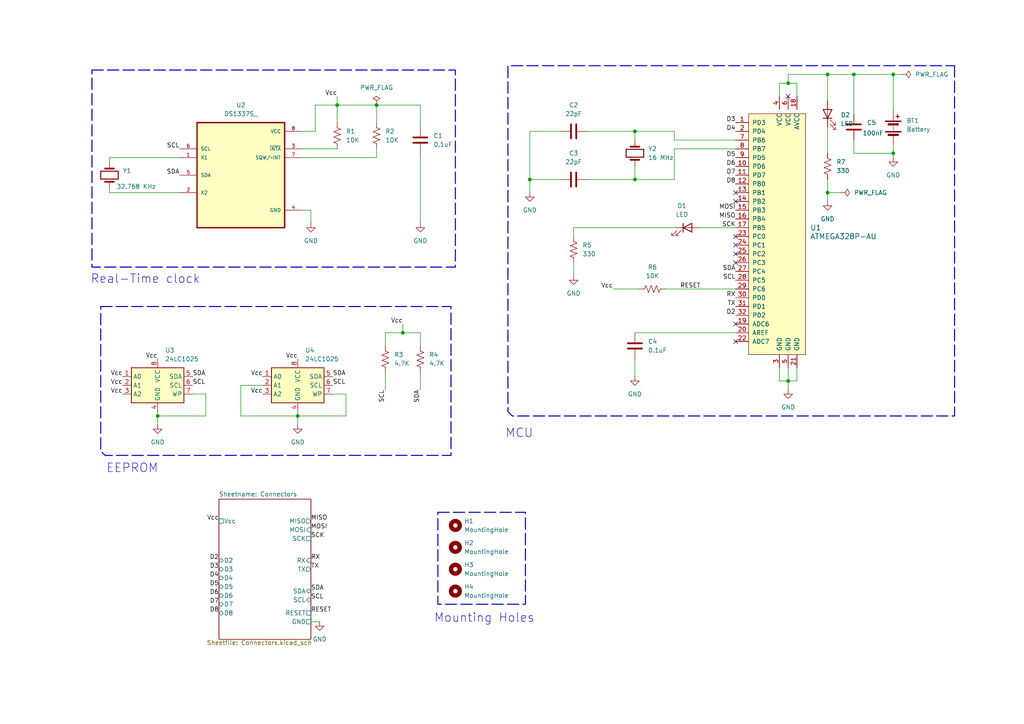
<source format=kicad_sch>
(kicad_sch (version 20250114) (generator "eeschema") (generator_version "9.0")
  (paper "A4")
  (title_block (title "${Project_name}") (date "2026-01-16") (rev "1"))
  (lib_symbols
    (symbol "DS1337S_:DS1337S_" (pin_names (offset 1.016))
      (property "Reference" "U" (at -12.7 16.24 0))
      (property "Value" "DS1337S_" (at -12.7 -19.24 0))
      (symbol "DS1337S__0_0"
        (rectangle (start -12.7 -15.24) (end 12.7 15.24) (stroke (width 0.41)) (fill (type background)))
        (pin input line (at -17.78 7.62 0) (length 5.08) (name "SCL") (number "6"))
        (pin input line (at -17.78 5.08 0) (length 5.08) (name "X1") (number "1"))
        (pin bidirectional line (at -17.78 0 0) (length 5.08) (name "SDA") (number "5"))
        (pin bidirectional line (at -17.78 -5.08 0) (length 5.08) (name "X2") (number "2"))
        (pin power_in line (at 17.78 12.7 180) (length 5.08) (name "VCC") (number "8"))
        (pin output line (at 17.78 7.62 180) (length 5.08) (name "~{INTA}") (number "3"))
        (pin output line (at 17.78 5.08 180) (length 5.08) (name "SQW/~INT") (number "7"))
        (pin power_in line (at 17.78 -10.16 180) (length 5.08) (name "GND") (number "4"))
      )
    )
    (symbol "Device:Battery" (pin_numbers (hide yes)) (pin_names (offset 0) (hide yes))
      (property "Reference" "BT" (at 2.54 2.54 0))
      (property "Value" "Battery" (at 2.54 0 0))
      (symbol "Battery_0_1"
        (rectangle (start -2.286 1.778) (end 2.286 1.524) (fill (type outline)))
        (rectangle (start -2.286 -1.27) (end 2.286 -1.524) (fill (type outline)))
        (rectangle (start -1.524 1.016) (end 1.524 0.508) (fill (type outline)))
        (rectangle (start -1.524 -2.032) (end 1.524 -2.54) (fill (type outline)))
        (polyline (pts (xy 0 1.778) (xy 0 2.54)))
        (polyline (pts (xy 0 0) (xy 0 0.254)))
        (polyline (pts (xy 0 -0.508) (xy 0 -0.254)))
        (polyline (pts (xy 0 -1.016) (xy 0 -0.762)))
        (polyline (pts (xy 0.762 3.048) (xy 1.778 3.048)) (stroke (width 0.254)))
        (polyline (pts (xy 1.27 3.556) (xy 1.27 2.54)) (stroke (width 0.254)))
      )
      (symbol "Battery_1_1"
        (pin passive line (at 0 5.08 270) (length 2.54) (name "+") (number "1"))
        (pin passive line (at 0 -5.08 90) (length 2.54) (name "-") (number "2"))
      )
    )
    (symbol "Device:C" (pin_numbers (hide yes)) (pin_names (offset 0.254))
      (property "Reference" "C" (at 0.635 2.54 0))
      (property "Value" "C" (at 0.635 -2.54 0))
      (symbol "C_0_1"
        (polyline (pts (xy -2.032 0.762) (xy 2.032 0.762)) (stroke (width 0.508)))
        (polyline (pts (xy -2.032 -0.762) (xy 2.032 -0.762)) (stroke (width 0.508)))
      )
      (symbol "C_1_1"
        (pin passive line (at 0 3.81 270) (length 2.794) (name "~") (number "1"))
        (pin passive line (at 0 -3.81 90) (length 2.794) (name "~") (number "2"))
      )
    )
    (symbol "Device:Crystal" (pin_numbers (hide yes)) (pin_names (offset 1.016) (hide yes))
      (property "Reference" "Y" (at 0 3.81 0))
      (property "Value" "Crystal" (at 0 -3.81 0))
      (symbol "Crystal_0_1"
        (polyline (pts (xy -2.54 0) (xy -1.905 0)))
        (polyline (pts (xy -1.905 -1.27) (xy -1.905 1.27)) (stroke (width 0.508)))
        (rectangle (start -1.143 2.54) (end 1.143 -2.54) (stroke (width 0.3048)))
        (polyline (pts (xy 1.905 -1.27) (xy 1.905 1.27)) (stroke (width 0.508)))
        (polyline (pts (xy 2.54 0) (xy 1.905 0)))
      )
      (symbol "Crystal_1_1"
        (pin passive line (at -3.81 0 0) (length 1.27) (name "1") (number "1"))
        (pin passive line (at 3.81 0 180) (length 1.27) (name "2") (number "2"))
      )
    )
    (symbol "Device:LED" (pin_numbers (hide yes)) (pin_names (offset 1.016) (hide yes))
      (property "Reference" "D" (at 0 2.54 0))
      (property "Value" "LED" (at 0 -2.54 0))
      (symbol "LED_0_1"
        (polyline (pts (xy -3.048 -0.762) (xy -4.572 -2.286) (xy -3.81 -2.286) (xy -4.572 -2.286) (xy -4.572 -1.524)))
        (polyline (pts (xy -1.778 -0.762) (xy -3.302 -2.286) (xy -2.54 -2.286) (xy -3.302 -2.286) (xy -3.302 -1.524)))
        (polyline (pts (xy -1.27 0) (xy 1.27 0)))
        (polyline (pts (xy -1.27 -1.27) (xy -1.27 1.27)) (stroke (width 0.254)))
        (polyline (pts (xy 1.27 -1.27) (xy 1.27 1.27) (xy -1.27 0) (xy 1.27 -1.27)) (stroke (width 0.254)))
      )
      (symbol "LED_1_1"
        (pin passive line (at -3.81 0 0) (length 2.54) (name "K") (number "1"))
        (pin passive line (at 3.81 0 180) (length 2.54) (name "A") (number "2"))
      )
    )
    (symbol "Device:R_US" (pin_numbers (hide yes)) (pin_names (offset 0))
      (property "Reference" "R" (at 2.54 0 90))
      (property "Value" "R_US" (at -2.54 0 90))
      (symbol "R_US_0_1"
        (polyline (pts (xy 0 2.286) (xy 0 2.54)))
        (polyline (pts (xy 0 2.286) (xy 1.016 1.905) (xy 0 1.524) (xy -1.016 1.143) (xy 0 0.762)))
        (polyline (pts (xy 0 0.762) (xy 1.016 0.381) (xy 0 0) (xy -1.016 -0.381) (xy 0 -0.762)))
        (polyline (pts (xy 0 -0.762) (xy 1.016 -1.143) (xy 0 -1.524) (xy -1.016 -1.905) (xy 0 -2.286)))
        (polyline (pts (xy 0 -2.286) (xy 0 -2.54)))
      )
      (symbol "R_US_1_1"
        (pin passive line (at 0 3.81 270) (length 1.27) (name "~") (number "1"))
        (pin passive line (at 0 -3.81 90) (length 1.27) (name "~") (number "2"))
      )
    )
    (symbol "Mechanical:MountingHole" (pin_names (offset 1.016)) (exclude_from_sim yes) (in_bom no)
      (property "Reference" "H" (at 0 5.08 0))
      (property "Value" "MountingHole" (at 0 3.175 0))
      (symbol "MountingHole_0_1"
        (circle (center 0 0) (radius 1.27) (stroke (width 1.27)))
      )
    )
    (symbol "Memory_EEPROM:24LC1025"
      (property "Reference" "U" (at -6.35 6.35 0))
      (property "Value" "24LC1025" (at 1.27 6.35 0))
      (symbol "24LC1025_1_1"
        (rectangle (start -7.62 5.08) (end 7.62 -5.08) (stroke (width 0.254)) (fill (type background)))
        (pin input line (at -10.16 2.54 0) (length 2.54) (name "A0") (number "1"))
        (pin input line (at -10.16 0 0) (length 2.54) (name "A1") (number "2"))
        (pin input line (at -10.16 -2.54 0) (length 2.54) (name "A2") (number "3"))
        (pin power_in line (at 0 7.62 270) (length 2.54) (name "VCC") (number "8"))
        (pin power_in line (at 0 -7.62 90) (length 2.54) (name "GND") (number "4"))
        (pin bidirectional line (at 10.16 2.54 180) (length 2.54) (name "SDA") (number "5"))
        (pin input line (at 10.16 0 180) (length 2.54) (name "SCL") (number "6"))
        (pin input line (at 10.16 -2.54 180) (length 2.54) (name "WP") (number "7"))
      )
    )
    (symbol "dk_Embedded-Microcontrollers:ATMEGA328P-AU" (pin_names (offset 1.016))
      (property "Reference" "U" (at -8.89 38.1 0))
      (property "Value" "ATMEGA328P-AU" (at 2.54 1.27 90))
      (symbol "ATMEGA328P-AU_0_1"
        (rectangle (start -8.89 35.56) (end 7.62 -34.29) (fill (type background)))
      )
      (symbol "ATMEGA328P-AU_1_1"
        (pin bidirectional line (at -12.7 33.02 0) (length 3.81) (name "PD3") (number "1"))
        (pin bidirectional line (at -12.7 30.48 0) (length 3.81) (name "PD4") (number "2"))
        (pin bidirectional line (at -12.7 27.94 0) (length 3.81) (name "PB6") (number "7"))
        (pin bidirectional line (at -12.7 25.4 0) (length 3.81) (name "PB7") (number "8"))
        (pin bidirectional line (at -12.7 22.86 0) (length 3.81) (name "PD5") (number "9"))
        (pin bidirectional line (at -12.7 20.32 0) (length 3.81) (name "PD6") (number "10"))
        (pin bidirectional line (at -12.7 17.78 0) (length 3.81) (name "PD7") (number "11"))
        (pin bidirectional line (at -12.7 15.24 0) (length 3.81) (name "PB0") (number "12"))
        (pin bidirectional line (at -12.7 12.7 0) (length 3.81) (name "PB1") (number "13"))
        (pin bidirectional line (at -12.7 10.16 0) (length 3.81) (name "PB2") (number "14"))
        (pin bidirectional line (at -12.7 7.62 0) (length 3.81) (name "PB3") (number "15"))
        (pin bidirectional line (at -12.7 5.08 0) (length 3.81) (name "PB4") (number "16"))
        (pin bidirectional line (at -12.7 2.54 0) (length 3.81) (name "PB5") (number "17"))
        (pin bidirectional line (at -12.7 0 0) (length 3.81) (name "PC0") (number "23"))
        (pin bidirectional line (at -12.7 -2.54 0) (length 3.81) (name "PC1") (number "24"))
        (pin bidirectional line (at -12.7 -5.08 0) (length 3.81) (name "PC2") (number "25"))
        (pin bidirectional line (at -12.7 -7.62 0) (length 3.81) (name "PC3") (number "26"))
        (pin bidirectional line (at -12.7 -10.16 0) (length 3.81) (name "PC4") (number "27"))
        (pin bidirectional line (at -12.7 -12.7 0) (length 3.81) (name "PC5") (number "28"))
        (pin bidirectional line (at -12.7 -15.24 0) (length 3.81) (name "PC6") (number "29"))
        (pin bidirectional line (at -12.7 -17.78 0) (length 3.81) (name "PD0") (number "30"))
        (pin bidirectional line (at -12.7 -20.32 0) (length 3.81) (name "PD1") (number "31"))
        (pin bidirectional line (at -12.7 -22.86 0) (length 3.81) (name "PD2") (number "32"))
        (pin input line (at -12.7 -25.4 0) (length 3.81) (name "ADC6") (number "19"))
        (pin input line (at -12.7 -27.94 0) (length 3.81) (name "AREF") (number "20"))
        (pin input line (at -12.7 -30.48 0) (length 3.81) (name "ADC7") (number "22"))
        (pin power_in line (at 0 40.64 270) (length 3.81) (name "VCC") (number "4"))
        (pin power_in line (at 0 -38.1 90) (length 3.81) (name "GND") (number "3"))
        (pin power_in line (at 2.54 40.64 270) (length 3.81) (name "VCC") (number "6"))
        (pin power_in line (at 2.54 -38.1 90) (length 3.81) (name "GND") (number "5"))
        (pin power_in line (at 5.08 40.64 270) (length 3.81) (name "AVCC") (number "18"))
        (pin power_in line (at 5.08 -38.1 90) (length 3.81) (name "GND") (number "21"))
      )
    )
    (symbol "power:GND" (power) (pin_numbers (hide yes)) (pin_names (offset 0) (hide yes))
      (property "Value" "GND" (at 0 -3.81 0))
      (symbol "GND_0_1"
        (polyline (pts (xy 0 0) (xy 0 -1.27) (xy 1.27 -1.27) (xy 0 -2.54) (xy -1.27 -1.27) (xy 0 -1.27)))
      )
      (symbol "GND_1_1"
        (pin power_in line (at 0 0 270) (length 0) (name "~") (number "1"))
      )
    )
    (symbol "power:PWR_FLAG" (power) (pin_numbers (hide yes)) (pin_names (offset 0) (hide yes))
      (property "Value" "PWR_FLAG" (at 0 3.81 0))
      (symbol "PWR_FLAG_0_0"
        (pin power_out line (at 0 0 90) (length 0) (name "~") (number "1"))
      )
      (symbol "PWR_FLAG_0_1"
        (polyline (pts (xy 0 0) (xy 0 1.27) (xy -1.016 1.905) (xy 0 2.54) (xy 1.016 1.905) (xy 0 1.27)))
      )
    )
  )
  (text "EEPROM" (at 38.354 135.89 0) (effects (font (size 2.5 2.5))))
  (text "Real-Time clock" (at 42.164 81.026 0) (effects (font (size 2.5 2.5))))
  (text "Mounting Holes\n" (at 140.462 179.324 0) (effects (font (size 2.5 2.5))))
  (text "MCU" (at 150.622 125.73 0) (effects (font (size 2.5 2.5))))
  (junction (at 109.22 30.48))
  (junction (at 228.6 110.49))
  (junction (at 259.08 44.45))
  (junction (at 240.03 21.59))
  (junction (at 184.15 52.07))
  (junction (at 247.65 21.59))
  (junction (at 153.67 52.07))
  (junction (at 228.6 24.13))
  (junction (at 184.15 38.1))
  (junction (at 240.03 55.88))
  (junction (at 45.72 120.65))
  (junction (at 86.36 120.65))
  (junction (at 97.79 30.48))
  (junction (at 116.84 96.52))
  (junction (at 259.08 21.59))
  (no_connect (at 213.36 93.98))
  (no_connect (at 213.36 55.88))
  (no_connect (at 213.36 73.66))
  (no_connect (at 213.36 58.42))
  (no_connect (at 213.36 71.12))
  (no_connect (at 213.36 68.58))
  (no_connect (at 213.36 76.2))
  (no_connect (at 213.36 99.06))
  (no_connect (at 228.6 27.94))
  (wire (pts (xy 121.92 44.45) (xy 121.92 64.77)))
  (wire (pts (xy 90.17 60.96) (xy 90.17 64.77)))
  (wire (pts (xy 166.37 68.58) (xy 166.37 66.04)))
  (wire (pts (xy 213.36 43.18) (xy 195.58 43.18)))
  (wire (pts (xy 259.08 21.59) (xy 247.65 21.59)))
  (wire (pts (xy 228.6 106.68) (xy 228.6 110.49)))
  (wire (pts (xy 31.75 55.88) (xy 52.07 55.88)))
  (wire (pts (xy 228.6 110.49) (xy 228.6 113.03)))
  (wire (pts (xy 45.72 119.38) (xy 45.72 120.65)))
  (wire (pts (xy 240.03 36.83) (xy 240.03 44.45)))
  (wire (pts (xy 97.79 30.48) (xy 97.79 35.56)))
  (wire (pts (xy 109.22 43.18) (xy 109.22 45.72)))
  (wire (pts (xy 109.22 30.48) (xy 109.22 35.56)))
  (wire (pts (xy 259.08 31.75) (xy 259.08 21.59)))
  (wire (pts (xy 87.63 38.1) (xy 91.44 38.1)))
  (wire (pts (xy 45.72 120.65) (xy 45.72 123.19)))
  (wire (pts (xy 76.2 111.76) (xy 69.85 111.76)))
  (wire (pts (xy 231.14 106.68) (xy 231.14 110.49)))
  (wire (pts (xy 195.58 38.1) (xy 195.58 40.64)))
  (wire (pts (xy 86.36 120.65) (xy 100.33 120.65)))
  (wire (pts (xy 203.2 66.04) (xy 213.36 66.04)))
  (wire (pts (xy 31.75 45.72) (xy 52.07 45.72)))
  (wire (pts (xy 87.63 60.96) (xy 90.17 60.96)))
  (wire (pts (xy 195.58 40.64) (xy 213.36 40.64)))
  (wire (pts (xy 226.06 110.49) (xy 228.6 110.49)))
  (wire (pts (xy 247.65 44.45) (xy 259.08 44.45)))
  (wire (pts (xy 240.03 52.07) (xy 240.03 55.88)))
  (wire (pts (xy 86.36 120.65) (xy 86.36 123.19)))
  (wire (pts (xy 228.6 110.49) (xy 231.14 110.49)))
  (wire (pts (xy 228.6 21.59) (xy 228.6 24.13)))
  (wire (pts (xy 184.15 96.52) (xy 213.36 96.52)))
  (wire (pts (xy 31.75 45.72) (xy 31.75 46.99)))
  (wire (pts (xy 111.76 96.52) (xy 116.84 96.52)))
  (wire (pts (xy 121.92 107.95) (xy 121.92 113.03)))
  (wire (pts (xy 153.67 52.07) (xy 162.56 52.07)))
  (wire (pts (xy 247.65 21.59) (xy 240.03 21.59)))
  (wire (pts (xy 193.04 83.82) (xy 213.36 83.82)))
  (wire (pts (xy 162.56 38.1) (xy 153.67 38.1)))
  (wire (pts (xy 259.08 21.59) (xy 261.62 21.59)))
  (wire (pts (xy 87.63 45.72) (xy 109.22 45.72)))
  (wire (pts (xy 184.15 38.1) (xy 195.58 38.1)))
  (wire (pts (xy 166.37 66.04) (xy 195.58 66.04)))
  (wire (pts (xy 100.33 114.3) (xy 96.52 114.3)))
  (wire (pts (xy 97.79 30.48) (xy 109.22 30.48)))
  (wire (pts (xy 59.69 120.65) (xy 45.72 120.65)))
  (wire (pts (xy 111.76 107.95) (xy 111.76 113.03)))
  (wire (pts (xy 247.65 40.64) (xy 247.65 44.45)))
  (wire (pts (xy 153.67 52.07) (xy 153.67 55.88)))
  (wire (pts (xy 86.36 119.38) (xy 86.36 120.65)))
  (wire (pts (xy 184.15 48.26) (xy 184.15 52.07)))
  (wire (pts (xy 184.15 52.07) (xy 170.18 52.07)))
  (wire (pts (xy 91.44 38.1) (xy 91.44 30.48)))
  (wire (pts (xy 111.76 100.33) (xy 111.76 96.52)))
  (wire (pts (xy 240.03 21.59) (xy 240.03 29.21)))
  (wire (pts (xy 226.06 24.13) (xy 228.6 24.13)))
  (wire (pts (xy 195.58 43.18) (xy 195.58 52.07)))
  (wire (pts (xy 90.17 180.34) (xy 92.71 180.34)))
  (wire (pts (xy 116.84 96.52) (xy 121.92 96.52)))
  (wire (pts (xy 31.75 54.61) (xy 31.75 55.88)))
  (wire (pts (xy 184.15 38.1) (xy 170.18 38.1)))
  (wire (pts (xy 228.6 24.13) (xy 231.14 24.13)))
  (wire (pts (xy 153.67 38.1) (xy 153.67 52.07)))
  (wire (pts (xy 121.92 96.52) (xy 121.92 100.33)))
  (wire (pts (xy 240.03 21.59) (xy 228.6 21.59)))
  (wire (pts (xy 55.88 114.3) (xy 59.69 114.3)))
  (wire (pts (xy 184.15 104.14) (xy 184.15 109.22)))
  (wire (pts (xy 259.08 41.91) (xy 259.08 44.45)))
  (wire (pts (xy 109.22 30.48) (xy 121.92 30.48)))
  (wire (pts (xy 240.03 55.88) (xy 243.84 55.88)))
  (wire (pts (xy 177.8 83.82) (xy 185.42 83.82)))
  (wire (pts (xy 247.65 21.59) (xy 247.65 33.02)))
  (wire (pts (xy 97.79 27.94) (xy 97.79 30.48)))
  (wire (pts (xy 195.58 52.07) (xy 184.15 52.07)))
  (wire (pts (xy 226.06 27.94) (xy 226.06 24.13)))
  (wire (pts (xy 87.63 43.18) (xy 97.79 43.18)))
  (wire (pts (xy 100.33 120.65) (xy 100.33 114.3)))
  (wire (pts (xy 121.92 30.48) (xy 121.92 36.83)))
  (wire (pts (xy 69.85 111.76) (xy 69.85 120.65)))
  (wire (pts (xy 91.44 30.48) (xy 97.79 30.48)))
  (wire (pts (xy 240.03 55.88) (xy 240.03 58.42)))
  (wire (pts (xy 231.14 24.13) (xy 231.14 27.94)))
  (wire (pts (xy 69.85 120.65) (xy 86.36 120.65)))
  (wire (pts (xy 166.37 76.2) (xy 166.37 80.01)))
  (wire (pts (xy 226.06 106.68) (xy 226.06 110.49)))
  (wire (pts (xy 116.84 93.98) (xy 116.84 96.52)))
  (wire (pts (xy 259.08 44.45) (xy 259.08 45.72)))
  (wire (pts (xy 59.69 114.3) (xy 59.69 120.65)))
  (wire (pts (xy 184.15 40.64) (xy 184.15 38.1)))
  (label "RX" (at 213.36 86.36 180))
  (label "Vcc" (at 35.56 109.22 180))
  (label "SCK" (at 90.17 156.21 0))
  (label "SDA" (at 121.92 113.03 270))
  (label "D3" (at 213.36 35.56 180))
  (label "SCL" (at 96.52 111.76 0))
  (label "TX" (at 213.36 88.9 180))
  (label "D6" (at 63.5 172.72 180))
  (label "Vcc" (at 35.56 111.76 180))
  (label "RESET" (at 203.2 83.82 180))
  (label "D3" (at 63.5 165.1 180))
  (label "SDA" (at 96.52 109.22 0))
  (label "MOSI" (at 213.36 60.96 180))
  (label "SCK" (at 213.36 66.04 180))
  (label "Vcc" (at 35.56 114.3 180))
  (label "RX" (at 90.17 162.56 0))
  (label "MISO" (at 90.17 151.13 0))
  (label "Vcc" (at 76.2 109.22 180))
  (label "Vcc" (at 177.8 83.82 180))
  (label "SCL" (at 213.36 81.28 180))
  (label "SDA" (at 55.88 109.22 0))
  (label "Vcc" (at 63.5 151.13 180))
  (label "SCL" (at 52.07 43.18 180))
  (label "D5" (at 213.36 45.72 180))
  (label "D4" (at 63.5 167.64 180))
  (label "Vcc" (at 86.36 104.14 180))
  (label "D8" (at 63.5 177.8 180))
  (label "Vcc" (at 97.79 27.94 180))
  (label "D5" (at 63.5 170.18 180))
  (label "D2" (at 63.5 162.56 180))
  (label "SCL" (at 111.76 113.03 270))
  (label "SDA" (at 213.36 78.74 180))
  (label "SDA" (at 90.17 171.45 0))
  (label "D4" (at 213.36 38.1 180))
  (label "Vcc" (at 76.2 114.3 180))
  (label "D8" (at 213.36 53.34 180))
  (label "TX" (at 90.17 165.1 0))
  (label "D2" (at 213.36 91.44 180))
  (label "D6" (at 213.36 48.26 180))
  (label "MISO" (at 213.36 63.5 180))
  (label "Vcc" (at 45.72 104.14 180))
  (label "SCL" (at 55.88 111.76 0))
  (label "SDA" (at 52.07 50.8 180))
  (label "D7" (at 63.5 175.26 180))
  (label "MOSI" (at 90.17 153.67 0))
  (label "Vcc" (at 116.84 93.98 180))
  (label "D7" (at 213.36 50.8 180))
  (label "RESET" (at 90.17 177.8 0))
  (label "SCL" (at 90.17 173.99 0))
  (rule_area (polyline (pts (xy 26.67 20.32) (xy 132.08 20.32) (xy 132.08 77.47) (xy 26.67 77.47)) (stroke (width 0.3) (type dash) (color 0 0 194 1))))
  (rule_area (polyline (pts (xy 276.86 19.05) (xy 276.86 120.65) (xy 148.59 120.65) (xy 147.32 119.38) (xy 147.32 19.05) (xy 149.86 19.05)) (stroke (width 0.3) (type dash) (color 0 0 194 1))))
  (rule_area (polyline (pts (xy 29.21 88.9) (xy 130.81 88.9) (xy 130.81 132.08) (xy 30.48 132.08) (xy 29.21 130.81)) (stroke (width 0.3) (type dash) (color 0 0 194 1))))
  (rule_area (polyline (pts (xy 127 148.59) (xy 152.4 148.59) (xy 152.4 175.26) (xy 127 175.26)) (stroke (width 0.3) (type dash) (color 0 0 194 1))))
  (symbol (lib_id "Device:R_US") (at 240.03 48.26 0) (unit 1)
    (property "Reference" "R7" (at 242.57 46.9899 0) (effects (justify left)))
    (property "Value" "330" (at 242.57 49.5299 0) (effects (justify left)))
    (property "Footprint" "Resistor_SMD:R_0805_2012Metric" (effects (hide yes)))
    (property "Description" "Resistor, US symbol" (effects (hide yes)))
  )
  (symbol (lib_id "Device:C") (at 184.15 100.33 0) (unit 1)
    (property "Reference" "C4" (at 187.96 99.0599 0) (effects (justify left)))
    (property "Value" "0.1uF" (at 187.96 101.5999 0) (effects (justify left)))
    (property "Footprint" "Capacitor_SMD:C_0805_2012Metric" (effects (hide yes)))
    (property "Description" "Unpolarized capacitor" (effects (hide yes)))
  )
  (symbol (lib_id "Mechanical:MountingHole") (at 132.08 165.1 0) (unit 1) (exclude_from_sim yes) (in_bom no)
    (property "Reference" "H3" (at 134.62 163.8299 0) (effects (justify left)))
    (property "Value" "MountingHole" (at 134.62 166.3699 0) (effects (justify left)))
    (property "Footprint" "MountingHole:MountingHole_2.1mm" (effects (hide yes)))
    (property "Description" "Mounting Hole without connection" (effects (hide yes)))
  )
  (symbol (lib_id "power:PWR_FLAG") (at 243.84 55.88 270) (unit 1)
    (property "Reference" "#FLG02" (effects (hide yes)))
    (property "Value" "PWR_FLAG" (at 247.65 55.8799 90) (effects (justify left)))
    (property "Description" "Special symbol for telling ERC where power comes from" (effects (hide yes)))
  )
  (symbol (lib_id "power:GND") (at 92.71 180.34 0) (unit 1)
    (property "Reference" "#PWR011" (effects (hide yes)))
    (property "Value" "GND" (at 92.71 185.42 0))
    (property "Description" "Power symbol creates a global label with name \"GND\" , ground" (effects (hide yes)))
  )
  (symbol (lib_id "Mechanical:MountingHole") (at 132.08 158.75 0) (unit 1) (exclude_from_sim yes) (in_bom no)
    (property "Reference" "H2" (at 134.62 157.4799 0) (effects (justify left)))
    (property "Value" "MountingHole" (at 134.62 160.0199 0) (effects (justify left)))
    (property "Footprint" "MountingHole:MountingHole_2.1mm" (effects (hide yes)))
    (property "Description" "Mounting Hole without connection" (effects (hide yes)))
  )
  (symbol (lib_id "power:GND") (at 45.72 123.19 0) (unit 1)
    (property "Reference" "#PWR03" (effects (hide yes)))
    (property "Value" "GND" (at 45.72 128.27 0))
    (property "Description" "Power symbol creates a global label with name \"GND\" , ground" (effects (hide yes)))
  )
  (symbol (lib_id "Device:C") (at 247.65 36.83 0) (unit 1)
    (property "Reference" "C5" (at 251.46 35.5599 0) (effects (justify left)))
    (property "Value" "100nF" (at 250.19 38.608 0) (effects (justify left)))
    (property "Footprint" "Capacitor_SMD:C_0805_2012Metric" (effects (hide yes)))
    (property "Description" "Unpolarized capacitor" (effects (hide yes)))
  )
  (symbol (lib_id "power:GND") (at 259.08 45.72 0) (unit 1)
    (property "Reference" "#PWR06" (effects (hide yes)))
    (property "Value" "GND" (at 259.08 50.8 0))
    (property "Description" "Power symbol creates a global label with name \"GND\" , ground" (effects (hide yes)))
  )
  (symbol (lib_id "Device:Battery") (at 259.08 36.83 0) (unit 1)
    (property "Reference" "BT1" (at 262.89 34.9884 0) (effects (justify left)))
    (property "Value" "Battery" (at 262.89 37.5284 0) (effects (justify left)))
    (property "Footprint" "Connector_PinHeader_2.54mm:PinHeader_1x02_P2.54mm_Vertical" (effects (hide yes)))
    (property "Description" "Multiple-cell battery" (effects (hide yes)))
  )
  (symbol (lib_id "power:GND") (at 240.03 58.42 0) (unit 1)
    (property "Reference" "#PWR07" (effects (hide yes)))
    (property "Value" "GND" (at 240.03 63.5 0))
    (property "Description" "Power symbol creates a global label with name \"GND\" , ground" (effects (hide yes)))
  )
  (symbol (lib_id "power:PWR_FLAG") (at 109.22 30.48 0) (unit 1)
    (property "Reference" "#FLG03" (effects (hide yes)))
    (property "Value" "PWR_FLAG" (at 109.22 25.4 0))
    (property "Description" "Special symbol for telling ERC where power comes from" (effects (hide yes)))
  )
  (symbol (lib_id "Device:R_US") (at 121.92 104.14 0) (unit 1)
    (property "Reference" "R4" (at 124.46 102.8699 0) (effects (justify left)))
    (property "Value" "4.7K" (at 124.46 105.4099 0) (effects (justify left)))
    (property "Footprint" "Resistor_SMD:R_0805_2012Metric" (effects (hide yes)))
    (property "Description" "Resistor, US symbol" (effects (hide yes)))
  )
  (symbol (lib_id "power:GND") (at 228.6 113.03 0) (unit 1)
    (property "Reference" "#PWR05" (effects (hide yes)))
    (property "Value" "GND" (at 228.6 118.11 0))
    (property "Description" "Power symbol creates a global label with name \"GND\" , ground" (effects (hide yes)))
  )
  (symbol (lib_id "Device:C") (at 121.92 40.64 0) (unit 1)
    (property "Reference" "C1" (at 125.73 39.3699 0) (effects (justify left)))
    (property "Value" "0.1uF" (at 125.73 41.9099 0) (effects (justify left)))
    (property "Footprint" "Capacitor_SMD:C_0805_2012Metric" (effects (hide yes)))
    (property "Description" "Unpolarized capacitor" (effects (hide yes)))
  )
  (symbol (lib_id "Device:R_US") (at 109.22 39.37 0) (unit 1)
    (property "Reference" "R2" (at 111.76 38.0999 0) (effects (justify left)))
    (property "Value" "10K" (at 111.76 40.6399 0) (effects (justify left)))
    (property "Footprint" "Resistor_SMD:R_0805_2012Metric" (effects (hide yes)))
    (property "Description" "Resistor, US symbol" (effects (hide yes)))
  )
  (symbol (lib_id "Device:LED") (at 240.03 33.02 90) (unit 1)
    (property "Reference" "D2" (at 243.84 33.3374 90) (effects (justify right)))
    (property "Value" "LED" (at 243.84 35.8774 90) (effects (justify right)))
    (property "Footprint" "LED_SMD:LED_0805_2012Metric" (effects (hide yes)))
    (property "Description" "Light emitting diode" (effects (hide yes)))
    (property "Sim.Pins" "1=K 2=A" (effects (hide yes)))
  )
  (symbol (lib_id "Device:R_US") (at 166.37 72.39 180) (unit 1)
    (property "Reference" "R5" (at 168.91 71.1199 0) (effects (justify right)))
    (property "Value" "330" (at 168.91 73.6599 0) (effects (justify right)))
    (property "Footprint" "Resistor_SMD:R_0805_2012Metric" (effects (hide yes)))
    (property "Description" "Resistor, US symbol" (effects (hide yes)))
  )
  (symbol (lib_id "power:PWR_FLAG") (at 261.62 21.59 270) (unit 1)
    (property "Reference" "#FLG01" (effects (hide yes)))
    (property "Value" "PWR_FLAG" (at 265.43 21.5899 90) (effects (justify left)))
    (property "Description" "Special symbol for telling ERC where power comes from" (effects (hide yes)))
  )
  (symbol (lib_id "power:GND") (at 166.37 80.01 0) (unit 1)
    (property "Reference" "#PWR010" (effects (hide yes)))
    (property "Value" "GND" (at 166.37 85.09 0))
    (property "Description" "Power symbol creates a global label with name \"GND\" , ground" (effects (hide yes)))
  )
  (symbol (lib_id "Device:R_US") (at 189.23 83.82 90) (unit 1)
    (property "Reference" "R6" (at 189.23 77.47 90))
    (property "Value" "10K" (at 189.23 80.01 90))
    (property "Footprint" "Resistor_SMD:R_0805_2012Metric" (effects (hide yes)))
    (property "Description" "Resistor, US symbol" (effects (hide yes)))
  )
  (symbol (lib_id "dk_Embedded-Microcontrollers:ATMEGA328P-AU") (at 226.06 68.58 0) (unit 1)
    (property "Reference" "U1" (at 234.95 66.0399 0) (effects (font (size 1.524 1.524)) (justify left)))
    (property "Value" "ATMEGA328P-AU" (at 234.95 68.5799 0) (effects (font (size 1.524 1.524)) (justify left)))
    (property "Footprint" "digikey-footprints:TQFP-32_7x7mm" (effects (hide yes)))
    (property "Datasheet" "http://www.microchip.com/mymicrochip/filehandler.aspx?ddocname=en608326" (effects (hide yes)))
    (property "Description" "IC MCU 8BIT 32KB FLASH 32TQFP" (effects (hide yes)))
    (property "Digi-Key_PN" "ATMEGA328P-AU-ND" (effects (hide yes)))
    (property "MPN" "ATMEGA328P-AU" (effects (hide yes)))
    (property "Category" "Integrated Circuits (ICs)" (effects (hide yes)))
    (property "Family" "Embedded - Microcontrollers" (effects (hide yes)))
    (property "DK_Datasheet_Link" "http://www.microchip.com/mymicrochip/filehandler.aspx?ddocname=en608326" (effects (hide yes)))
    (property "DK_Detail_Page" "/product-detail/en/microchip-technology/ATMEGA328P-AU/ATMEGA328P-AU-ND/1832260" (effects (hide yes)))
    (property "Description_1" "IC MCU 8BIT 32KB FLASH 32TQFP" (effects (hide yes)))
    (property "Manufacturer" "Microchip Technology" (effects (hide yes)))
    (property "Status" "Active" (effects (hide yes)))
  )
  (symbol (lib_id "Memory_EEPROM:24LC1025") (at 86.36 111.76 0) (unit 1)
    (property "Reference" "U4" (at 88.5033 101.6 0) (effects (justify left)))
    (property "Value" "24LC1025" (at 88.5033 104.14 0) (effects (justify left)))
    (property "Footprint" "Package_SO:SOIC-8_5.3x5.3mm_P1.27mm" (effects (hide yes)))
    (property "Datasheet" "http://ww1.microchip.com/downloads/en/DeviceDoc/21941B.pdf" (effects (hide yes)))
    (property "Description" "I2C Serial EEPROM, 1024Kb, DIP-8/SOIC-8/TSSOP-8/DFN-8" (effects (hide yes)))
  )
  (symbol (lib_id "power:GND") (at 90.17 64.77 0) (unit 1)
    (property "Reference" "#PWR01" (effects (hide yes)))
    (property "Value" "GND" (at 90.17 69.85 0))
    (property "Description" "Power symbol creates a global label with name \"GND\" , ground" (effects (hide yes)))
  )
  (symbol (lib_id "power:GND") (at 121.92 64.77 0) (unit 1)
    (property "Reference" "#PWR02" (effects (hide yes)))
    (property "Value" "GND" (at 121.92 69.85 0))
    (property "Description" "Power symbol creates a global label with name \"GND\" , ground" (effects (hide yes)))
  )
  (symbol (lib_id "Device:C") (at 166.37 38.1 90) (unit 1)
    (property "Reference" "C2" (at 166.37 30.48 90))
    (property "Value" "22pF" (at 166.37 33.02 90))
    (property "Footprint" "Capacitor_SMD:C_0805_2012Metric" (effects (hide yes)))
    (property "Description" "Unpolarized capacitor" (effects (hide yes)))
  )
  (symbol (lib_id "Device:LED") (at 199.39 66.04 0) (unit 1)
    (property "Reference" "D1" (at 197.8025 59.69 0))
    (property "Value" "LED" (at 197.8025 62.23 0))
    (property "Footprint" "LED_SMD:LED_0805_2012Metric" (effects (hide yes)))
    (property "Description" "Light emitting diode" (effects (hide yes)))
    (property "Sim.Pins" "1=K 2=A" (effects (hide yes)))
  )
  (symbol (lib_id "Device:R_US") (at 97.79 39.37 0) (unit 1)
    (property "Reference" "R1" (at 100.33 38.0999 0) (effects (justify left)))
    (property "Value" "10K" (at 100.33 40.6399 0) (effects (justify left)))
    (property "Footprint" "Resistor_SMD:R_0805_2012Metric" (effects (hide yes)))
    (property "Description" "Resistor, US symbol" (effects (hide yes)))
  )
  (symbol (lib_id "power:GND") (at 184.15 109.22 0) (unit 1)
    (property "Reference" "#PWR09" (effects (hide yes)))
    (property "Value" "GND" (at 184.15 114.3 0))
    (property "Description" "Power symbol creates a global label with name \"GND\" , ground" (effects (hide yes)))
  )
  (symbol (lib_id "DS1337S_:DS1337S_") (at 69.85 50.8 0) (unit 1)
    (property "Reference" "U2" (at 69.85 30.48 0))
    (property "Value" "DS1337S_" (at 69.85 33.02 0))
    (property "Footprint" "DS1337S_:SOIC127P600X175-8N" (effects (hide yes)))
    (property "MF" "Analog Devices" (effects (hide yes)))
    (property "Description_1" "I²C Serial Real-Time Clock" (effects (hide yes)))
    (property "Package" "SOIC-8 Maxim" (effects (hide yes)))
    (property "Price" "None" (effects (hide yes)))
    (property "SnapEDA_Link" "https://www.snapeda.com/parts/DS1337S+/Analog+Devices/view-part/?ref=snap" (effects (hide yes)))
    (property "MP" "DS1337S+" (effects (hide yes)))
    (property "Availability" "In Stock" (effects (hide yes)))
    (property "Check_prices" "https://www.snapeda.com/parts/DS1337S+/Analog+Devices/view-part/?ref=eda" (effects (hide yes)))
  )
  (symbol (lib_id "Device:Crystal") (at 184.15 44.45 90) (unit 1)
    (property "Reference" "Y2" (at 187.96 43.1799 90) (effects (justify right)))
    (property "Value" "16 MHz" (at 187.96 45.7199 90) (effects (justify right)))
    (property "Footprint" "Crystal:Crystal_SMD_5032-2Pin_5.0x3.2mm_HandSoldering" (effects (hide yes)))
    (property "Description" "Two pin crystal" (effects (hide yes)))
  )
  (symbol (lib_id "Mechanical:MountingHole") (at 132.08 152.4 0) (unit 1) (exclude_from_sim yes) (in_bom no)
    (property "Reference" "H1" (at 134.62 151.1299 0) (effects (justify left)))
    (property "Value" "MountingHole" (at 134.62 153.6699 0) (effects (justify left)))
    (property "Footprint" "MountingHole:MountingHole_2.1mm" (effects (hide yes)))
    (property "Description" "Mounting Hole without connection" (effects (hide yes)))
  )
  (symbol (lib_id "Device:C") (at 166.37 52.07 90) (unit 1)
    (property "Reference" "C3" (at 166.37 44.45 90))
    (property "Value" "22pF" (at 166.37 46.99 90))
    (property "Footprint" "Capacitor_SMD:C_0805_2012Metric" (effects (hide yes)))
    (property "Description" "Unpolarized capacitor" (effects (hide yes)))
  )
  (symbol (lib_id "Mechanical:MountingHole") (at 132.08 171.45 0) (unit 1) (exclude_from_sim yes) (in_bom no)
    (property "Reference" "H4" (at 134.62 170.1799 0) (effects (justify left)))
    (property "Value" "MountingHole" (at 134.62 172.7199 0) (effects (justify left)))
    (property "Footprint" "MountingHole:MountingHole_2.1mm" (effects (hide yes)))
    (property "Description" "Mounting Hole without connection" (effects (hide yes)))
  )
  (symbol (lib_id "power:GND") (at 153.67 55.88 0) (unit 1)
    (property "Reference" "#PWR08" (effects (hide yes)))
    (property "Value" "GND" (at 153.67 60.96 0))
    (property "Description" "Power symbol creates a global label with name \"GND\" , ground" (effects (hide yes)))
  )
  (symbol (lib_id "Device:R_US") (at 111.76 104.14 0) (unit 1)
    (property "Reference" "R3" (at 114.3 102.8699 0) (effects (justify left)))
    (property "Value" "4.7K" (at 114.3 105.4099 0) (effects (justify left)))
    (property "Footprint" "Resistor_SMD:R_0805_2012Metric" (effects (hide yes)))
    (property "Description" "Resistor, US symbol" (effects (hide yes)))
  )
  (symbol (lib_id "Device:Crystal") (at 31.75 50.8 90) (unit 1)
    (property "Reference" "Y1" (at 35.56 49.5299 90) (effects (justify right)))
    (property "Value" "32.768 KHz" (at 33.782 54.102 90) (effects (justify right)))
    (property "Footprint" "Crystal:Crystal_SMD_5032-2Pin_5.0x3.2mm_HandSoldering" (effects (hide yes)))
    (property "Description" "Two pin crystal" (effects (hide yes)))
  )
  (symbol (lib_id "Memory_EEPROM:24LC1025") (at 45.72 111.76 0) (unit 1)
    (property "Reference" "U3" (at 47.8633 101.6 0) (effects (justify left)))
    (property "Value" "24LC1025" (at 47.8633 104.14 0) (effects (justify left)))
    (property "Footprint" "Package_SO:SOIC-8_5.3x5.3mm_P1.27mm" (effects (hide yes)))
    (property "Datasheet" "http://ww1.microchip.com/downloads/en/DeviceDoc/21941B.pdf" (effects (hide yes)))
    (property "Description" "I2C Serial EEPROM, 1024Kb, DIP-8/SOIC-8/TSSOP-8/DFN-8" (effects (hide yes)))
  )
  (symbol (lib_id "power:GND") (at 86.36 123.19 0) (unit 1)
    (property "Reference" "#PWR04" (effects (hide yes)))
    (property "Value" "GND" (at 86.36 128.27 0))
    (property "Description" "Power symbol creates a global label with name \"GND\" , ground" (effects (hide yes)))
  )
  (sheet (at 63.5 144.78) (size 26.67 40.64) (stroke (width 0.1524))
    (property "Sheetname" "Connectors" (at 63.5 144.0684 0) (show_name yes) (effects (justify left bottom)))
    (property "Sheetfile" "Connectors.kicad_sch" (at 59.944 185.674 0) (show_name yes) (effects (justify left top)))
    (pin "D3" bidirectional (at 63.5 165.1 180))
    (pin "SCK" passive (at 90.17 156.21 0))
    (pin "MISO" output (at 90.17 151.13 0))
    (pin "RESET" passive (at 90.17 177.8 0))
    (pin "D7" bidirectional (at 63.5 175.26 180))
    (pin "SDA" bidirectional (at 90.17 171.45 0))
    (pin "D6" bidirectional (at 63.5 172.72 180))
    (pin "MOSI" input (at 90.17 153.67 0))
    (pin "Vcc" passive (at 63.5 151.13 180))
    (pin "D8" bidirectional (at 63.5 177.8 180))
    (pin "D2" bidirectional (at 63.5 162.56 180))
    (pin "D5" bidirectional (at 63.5 170.18 180))
    (pin "D4" bidirectional (at 63.5 167.64 180))
    (pin "SCL" bidirectional (at 90.17 173.99 0))
    (pin "RX" input (at 90.17 162.56 0))
    (pin "GND" passive (at 90.17 180.34 0))
    (pin "TX" output (at 90.17 165.1 0))
  )
)
</source>
